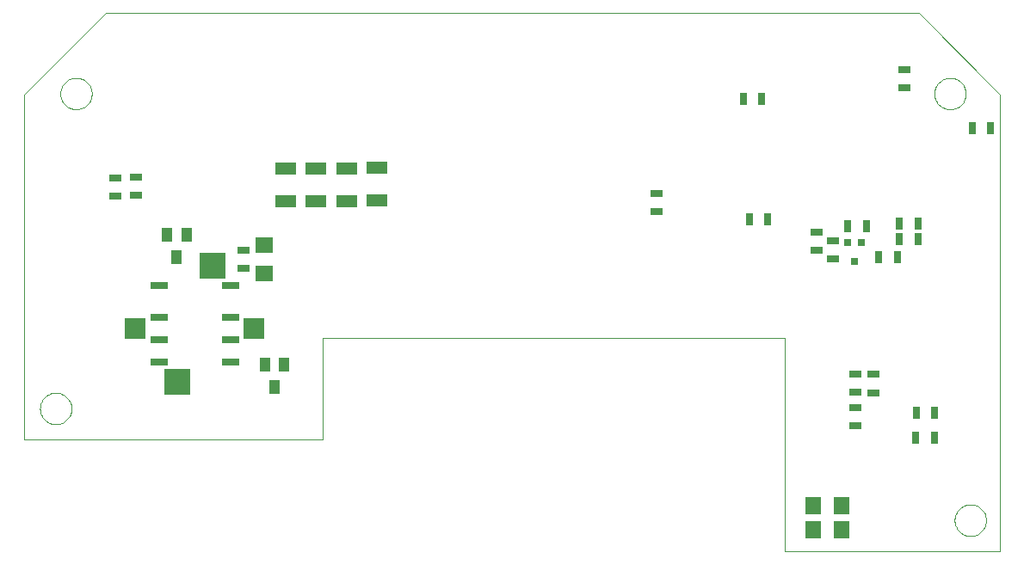
<source format=gbp>
G75*
G70*
%OFA0B0*%
%FSLAX24Y24*%
%IPPOS*%
%LPD*%
%AMOC8*
5,1,8,0,0,1.08239X$1,22.5*
%
%ADD10C,0.0000*%
%ADD11R,0.0315X0.0472*%
%ADD12R,0.0472X0.0315*%
%ADD13R,0.0276X0.0276*%
%ADD14R,0.0630X0.0709*%
%ADD15R,0.0787X0.0472*%
%ADD16R,0.0394X0.0551*%
%ADD17R,0.0709X0.0315*%
%ADD18R,0.0984X0.0984*%
%ADD19R,0.0709X0.0630*%
%ADD20R,0.0800X0.0800*%
D10*
X000180Y005173D02*
X011735Y005173D01*
X011735Y009110D01*
X029633Y009110D01*
X029633Y000843D01*
X037975Y000843D01*
X037975Y018559D01*
X034827Y021708D01*
X003329Y021708D01*
X000180Y018559D01*
X000180Y005173D01*
X000783Y006386D02*
X000785Y006435D01*
X000791Y006484D01*
X000801Y006532D01*
X000814Y006579D01*
X000832Y006625D01*
X000853Y006669D01*
X000877Y006712D01*
X000905Y006752D01*
X000936Y006791D01*
X000970Y006826D01*
X001007Y006859D01*
X001046Y006888D01*
X001088Y006914D01*
X001131Y006937D01*
X001177Y006956D01*
X001223Y006972D01*
X001271Y006984D01*
X001319Y006992D01*
X001368Y006996D01*
X001418Y006996D01*
X001467Y006992D01*
X001515Y006984D01*
X001563Y006972D01*
X001609Y006956D01*
X001655Y006937D01*
X001698Y006914D01*
X001740Y006888D01*
X001779Y006859D01*
X001816Y006826D01*
X001850Y006791D01*
X001881Y006752D01*
X001909Y006712D01*
X001933Y006669D01*
X001954Y006625D01*
X001972Y006579D01*
X001985Y006532D01*
X001995Y006484D01*
X002001Y006435D01*
X002003Y006386D01*
X002001Y006337D01*
X001995Y006288D01*
X001985Y006240D01*
X001972Y006193D01*
X001954Y006147D01*
X001933Y006103D01*
X001909Y006060D01*
X001881Y006020D01*
X001850Y005981D01*
X001816Y005946D01*
X001779Y005913D01*
X001740Y005884D01*
X001698Y005858D01*
X001655Y005835D01*
X001609Y005816D01*
X001563Y005800D01*
X001515Y005788D01*
X001467Y005780D01*
X001418Y005776D01*
X001368Y005776D01*
X001319Y005780D01*
X001271Y005788D01*
X001223Y005800D01*
X001177Y005816D01*
X001131Y005835D01*
X001088Y005858D01*
X001046Y005884D01*
X001007Y005913D01*
X000970Y005946D01*
X000936Y005981D01*
X000905Y006020D01*
X000877Y006060D01*
X000853Y006103D01*
X000832Y006147D01*
X000814Y006193D01*
X000801Y006240D01*
X000791Y006288D01*
X000785Y006337D01*
X000783Y006386D01*
X001570Y018591D02*
X001572Y018640D01*
X001578Y018689D01*
X001588Y018737D01*
X001601Y018784D01*
X001619Y018830D01*
X001640Y018874D01*
X001664Y018917D01*
X001692Y018957D01*
X001723Y018996D01*
X001757Y019031D01*
X001794Y019064D01*
X001833Y019093D01*
X001875Y019119D01*
X001918Y019142D01*
X001964Y019161D01*
X002010Y019177D01*
X002058Y019189D01*
X002106Y019197D01*
X002155Y019201D01*
X002205Y019201D01*
X002254Y019197D01*
X002302Y019189D01*
X002350Y019177D01*
X002396Y019161D01*
X002442Y019142D01*
X002485Y019119D01*
X002527Y019093D01*
X002566Y019064D01*
X002603Y019031D01*
X002637Y018996D01*
X002668Y018957D01*
X002696Y018917D01*
X002720Y018874D01*
X002741Y018830D01*
X002759Y018784D01*
X002772Y018737D01*
X002782Y018689D01*
X002788Y018640D01*
X002790Y018591D01*
X002788Y018542D01*
X002782Y018493D01*
X002772Y018445D01*
X002759Y018398D01*
X002741Y018352D01*
X002720Y018308D01*
X002696Y018265D01*
X002668Y018225D01*
X002637Y018186D01*
X002603Y018151D01*
X002566Y018118D01*
X002527Y018089D01*
X002485Y018063D01*
X002442Y018040D01*
X002396Y018021D01*
X002350Y018005D01*
X002302Y017993D01*
X002254Y017985D01*
X002205Y017981D01*
X002155Y017981D01*
X002106Y017985D01*
X002058Y017993D01*
X002010Y018005D01*
X001964Y018021D01*
X001918Y018040D01*
X001875Y018063D01*
X001833Y018089D01*
X001794Y018118D01*
X001757Y018151D01*
X001723Y018186D01*
X001692Y018225D01*
X001664Y018265D01*
X001640Y018308D01*
X001619Y018352D01*
X001601Y018398D01*
X001588Y018445D01*
X001578Y018493D01*
X001572Y018542D01*
X001570Y018591D01*
X035428Y018591D02*
X035430Y018640D01*
X035436Y018689D01*
X035446Y018737D01*
X035459Y018784D01*
X035477Y018830D01*
X035498Y018874D01*
X035522Y018917D01*
X035550Y018957D01*
X035581Y018996D01*
X035615Y019031D01*
X035652Y019064D01*
X035691Y019093D01*
X035733Y019119D01*
X035776Y019142D01*
X035822Y019161D01*
X035868Y019177D01*
X035916Y019189D01*
X035964Y019197D01*
X036013Y019201D01*
X036063Y019201D01*
X036112Y019197D01*
X036160Y019189D01*
X036208Y019177D01*
X036254Y019161D01*
X036300Y019142D01*
X036343Y019119D01*
X036385Y019093D01*
X036424Y019064D01*
X036461Y019031D01*
X036495Y018996D01*
X036526Y018957D01*
X036554Y018917D01*
X036578Y018874D01*
X036599Y018830D01*
X036617Y018784D01*
X036630Y018737D01*
X036640Y018689D01*
X036646Y018640D01*
X036648Y018591D01*
X036646Y018542D01*
X036640Y018493D01*
X036630Y018445D01*
X036617Y018398D01*
X036599Y018352D01*
X036578Y018308D01*
X036554Y018265D01*
X036526Y018225D01*
X036495Y018186D01*
X036461Y018151D01*
X036424Y018118D01*
X036385Y018089D01*
X036343Y018063D01*
X036300Y018040D01*
X036254Y018021D01*
X036208Y018005D01*
X036160Y017993D01*
X036112Y017985D01*
X036063Y017981D01*
X036013Y017981D01*
X035964Y017985D01*
X035916Y017993D01*
X035868Y018005D01*
X035822Y018021D01*
X035776Y018040D01*
X035733Y018063D01*
X035691Y018089D01*
X035652Y018118D01*
X035615Y018151D01*
X035581Y018186D01*
X035550Y018225D01*
X035522Y018265D01*
X035498Y018308D01*
X035477Y018352D01*
X035459Y018398D01*
X035446Y018445D01*
X035436Y018493D01*
X035430Y018542D01*
X035428Y018591D01*
X036216Y002055D02*
X036218Y002104D01*
X036224Y002153D01*
X036234Y002201D01*
X036247Y002248D01*
X036265Y002294D01*
X036286Y002338D01*
X036310Y002381D01*
X036338Y002421D01*
X036369Y002460D01*
X036403Y002495D01*
X036440Y002528D01*
X036479Y002557D01*
X036521Y002583D01*
X036564Y002606D01*
X036610Y002625D01*
X036656Y002641D01*
X036704Y002653D01*
X036752Y002661D01*
X036801Y002665D01*
X036851Y002665D01*
X036900Y002661D01*
X036948Y002653D01*
X036996Y002641D01*
X037042Y002625D01*
X037088Y002606D01*
X037131Y002583D01*
X037173Y002557D01*
X037212Y002528D01*
X037249Y002495D01*
X037283Y002460D01*
X037314Y002421D01*
X037342Y002381D01*
X037366Y002338D01*
X037387Y002294D01*
X037405Y002248D01*
X037418Y002201D01*
X037428Y002153D01*
X037434Y002104D01*
X037436Y002055D01*
X037434Y002006D01*
X037428Y001957D01*
X037418Y001909D01*
X037405Y001862D01*
X037387Y001816D01*
X037366Y001772D01*
X037342Y001729D01*
X037314Y001689D01*
X037283Y001650D01*
X037249Y001615D01*
X037212Y001582D01*
X037173Y001553D01*
X037131Y001527D01*
X037088Y001504D01*
X037042Y001485D01*
X036996Y001469D01*
X036948Y001457D01*
X036900Y001449D01*
X036851Y001445D01*
X036801Y001445D01*
X036752Y001449D01*
X036704Y001457D01*
X036656Y001469D01*
X036610Y001485D01*
X036564Y001504D01*
X036521Y001527D01*
X036479Y001553D01*
X036440Y001582D01*
X036403Y001615D01*
X036369Y001650D01*
X036338Y001689D01*
X036310Y001729D01*
X036286Y001772D01*
X036265Y001816D01*
X036247Y001862D01*
X036234Y001909D01*
X036224Y001957D01*
X036218Y002006D01*
X036216Y002055D01*
D11*
X035424Y005268D03*
X034716Y005268D03*
X034726Y006223D03*
X035434Y006223D03*
X033989Y012243D03*
X033281Y012243D03*
X034081Y012943D03*
X034081Y013543D03*
X034789Y013543D03*
X034789Y012943D03*
X032789Y013443D03*
X032081Y013443D03*
X028984Y013723D03*
X028276Y013723D03*
X028026Y018373D03*
X028734Y018373D03*
X036886Y017253D03*
X037594Y017253D03*
D12*
X034280Y018819D03*
X034280Y019528D03*
X024680Y014728D03*
X024680Y014019D03*
X030865Y013233D03*
X031495Y012883D03*
X030865Y012524D03*
X031495Y012174D03*
X032380Y007728D03*
X033080Y007708D03*
X032380Y007019D03*
X033080Y006999D03*
X032380Y006428D03*
X032380Y005719D03*
X008680Y011819D03*
X008680Y012528D03*
X004485Y014644D03*
X003710Y014609D03*
X003710Y015318D03*
X004485Y015353D03*
D13*
X032079Y012808D03*
X032591Y012808D03*
X032335Y012079D03*
D14*
X031831Y002623D03*
X030729Y002623D03*
X030744Y001703D03*
X031846Y001703D03*
D15*
X013850Y014449D03*
X012665Y014429D03*
X011465Y014429D03*
X010315Y014429D03*
X010315Y015688D03*
X011465Y015688D03*
X012665Y015688D03*
X013850Y015708D03*
D16*
X006454Y013107D03*
X005706Y013107D03*
X006080Y012240D03*
X009491Y008077D03*
X010239Y008077D03*
X009865Y007211D03*
D17*
X008158Y008177D03*
X008158Y009044D03*
X008158Y009910D03*
X008158Y011170D03*
X005402Y011170D03*
X005402Y009910D03*
X005402Y009044D03*
X005402Y008177D03*
D18*
X006091Y007410D03*
X007469Y011937D03*
D19*
X009480Y011622D03*
X009480Y012725D03*
D20*
X009080Y009473D03*
X004480Y009473D03*
M02*

</source>
